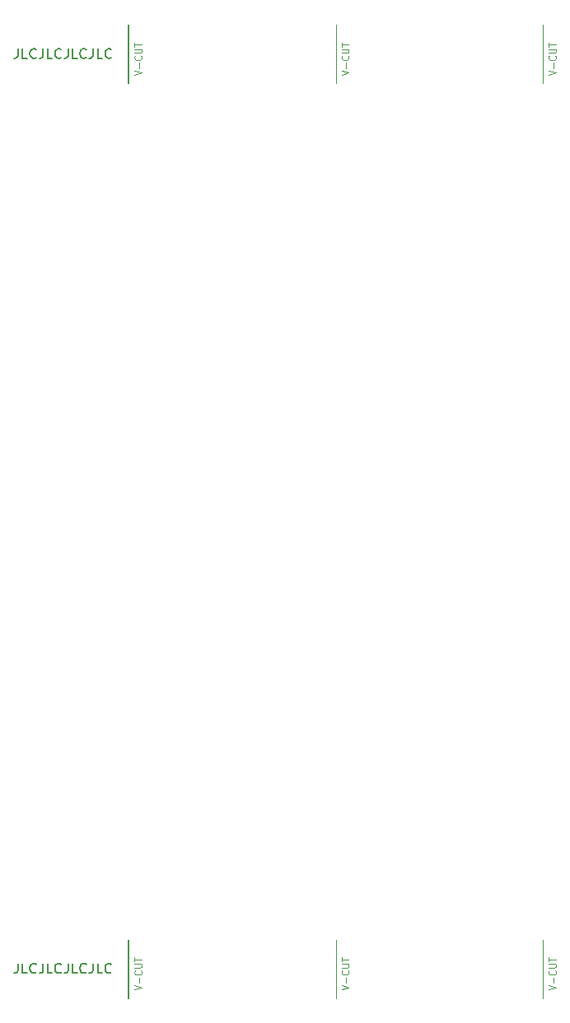
<source format=gto>
%MOMM*%
%FSLAX46Y46*%
%IPPOS*%
%ADD10C,0.15*%
%ADD11C,0.125*%
%ADD12C,0.15*%
%ADD13C,0.125*%
%TF.GenerationSoftware,halfmarble,hm-panelizer,1.0.0 (beta)*%
%TF.SameCoordinates,Original*%
%TF.FileFunction,Legend,Top*%
%TF.FilePolarity,Positive*%
%LPD*%
%TA.AperFunction,Profile*%
D10*
X8411000Y3547600D02*
X8411000Y2833300D01*
X8363300Y2690500D01*
X8268100Y2595200D01*
X8125200Y2547600D01*
X8030000Y2547600D01*
X9363300Y2547600D02*
X8887100Y2547600D01*
X8887100Y3547600D01*
X10268100Y2642900D02*
X10220500Y2595200D01*
X10077600Y2547600D01*
X9982400Y2547600D01*
X9839500Y2595200D01*
X9744300Y2690500D01*
X9696700Y2785700D01*
X9649000Y2976200D01*
X9649000Y3119000D01*
X9696700Y3309500D01*
X9744300Y3404800D01*
X9839500Y3500000D01*
X9982400Y3547600D01*
X10077600Y3547600D01*
X10220500Y3500000D01*
X10268100Y3452400D01*
X10982400Y3547600D02*
X10982400Y2833300D01*
X10934800Y2690500D01*
X10839500Y2595200D01*
X10696700Y2547600D01*
X10601400Y2547600D01*
X11934800Y2547600D02*
X11458600Y2547600D01*
X11458600Y3547600D01*
X12839500Y2642900D02*
X12791900Y2595200D01*
X12649000Y2547600D01*
X12553800Y2547600D01*
X12411000Y2595200D01*
X12315700Y2690500D01*
X12268100Y2785700D01*
X12220500Y2976200D01*
X12220500Y3119000D01*
X12268100Y3309500D01*
X12315700Y3404800D01*
X12411000Y3500000D01*
X12553800Y3547600D01*
X12649000Y3547600D01*
X12791900Y3500000D01*
X12839500Y3452400D01*
X13553800Y3547600D02*
X13553800Y2833300D01*
X13506200Y2690500D01*
X13411000Y2595200D01*
X13268100Y2547600D01*
X13172900Y2547600D01*
X14506200Y2547600D02*
X14030000Y2547600D01*
X14030000Y3547600D01*
X15411000Y2642900D02*
X15363300Y2595200D01*
X15220500Y2547600D01*
X15125200Y2547600D01*
X14982400Y2595200D01*
X14887100Y2690500D01*
X14839500Y2785700D01*
X14791900Y2976200D01*
X14791900Y3119000D01*
X14839500Y3309500D01*
X14887100Y3404800D01*
X14982400Y3500000D01*
X15125200Y3547600D01*
X15220500Y3547600D01*
X15363300Y3500000D01*
X15411000Y3452400D01*
X16125200Y3547600D02*
X16125200Y2833300D01*
X16077600Y2690500D01*
X15982400Y2595200D01*
X15839500Y2547600D01*
X15744300Y2547600D01*
X17077600Y2547600D02*
X16601400Y2547600D01*
X16601400Y3547600D01*
X17982400Y2642900D02*
X17934800Y2595200D01*
X17791900Y2547600D01*
X17696700Y2547600D01*
X17553800Y2595200D01*
X17458600Y2690500D01*
X17411000Y2785700D01*
X17363300Y2976200D01*
X17363300Y3119000D01*
X17411000Y3309500D01*
X17458600Y3404800D01*
X17553800Y3500000D01*
X17696700Y3547600D01*
X17791900Y3547600D01*
X17934800Y3500000D01*
X17982400Y3452400D01*
D10*
X19788000Y6000000D02*
X19788000Y0D01*
D11*
X20377300Y850000D02*
X21127300Y1083300D01*
X20377300Y1316700D01*
X20841600Y1550000D02*
X20841600Y2083300D01*
X21055900Y2816700D02*
X21091600Y2783300D01*
X21127300Y2683300D01*
X21127300Y2616700D01*
X21091600Y2516700D01*
X21020100Y2450000D01*
X20948700Y2416700D01*
X20805900Y2383300D01*
X20698700Y2383300D01*
X20555900Y2416700D01*
X20484400Y2450000D01*
X20413000Y2516700D01*
X20377300Y2616700D01*
X20377300Y2683300D01*
X20413000Y2783300D01*
X20448700Y2816700D01*
X20377300Y3116700D02*
X20984400Y3116700D01*
X21055900Y3150000D01*
X21091600Y3183300D01*
X21127300Y3250000D01*
X21127300Y3383300D01*
X21091600Y3450000D01*
X21055900Y3483300D01*
X20984400Y3516700D01*
X20377300Y3516700D01*
X20377300Y3750000D02*
X20377300Y4150000D01*
X21127300Y3950000D02*
X20377300Y3950000D01*
X41076000Y6000000D02*
X41076000Y0D01*
D11*
X41665300Y850000D02*
X42415300Y1083300D01*
X41665300Y1316700D01*
X42129600Y1550000D02*
X42129600Y2083300D01*
X42343900Y2816700D02*
X42379600Y2783300D01*
X42415300Y2683300D01*
X42415300Y2616700D01*
X42379600Y2516700D01*
X42308100Y2450000D01*
X42236700Y2416700D01*
X42093900Y2383300D01*
X41986700Y2383300D01*
X41843900Y2416700D01*
X41772400Y2450000D01*
X41701000Y2516700D01*
X41665300Y2616700D01*
X41665300Y2683300D01*
X41701000Y2783300D01*
X41736700Y2816700D01*
X41665300Y3116700D02*
X42272400Y3116700D01*
X42343900Y3150000D01*
X42379600Y3183300D01*
X42415300Y3250000D01*
X42415300Y3383300D01*
X42379600Y3450000D01*
X42343900Y3483300D01*
X42272400Y3516700D01*
X41665300Y3516700D01*
X41665300Y3750000D02*
X41665300Y4150000D01*
X42415300Y3950000D02*
X41665300Y3950000D01*
X62364000Y6000000D02*
X62364000Y0D01*
D11*
X62953300Y850000D02*
X63703300Y1083300D01*
X62953300Y1316700D01*
X63417600Y1550000D02*
X63417600Y2083300D01*
X63631900Y2816700D02*
X63667600Y2783300D01*
X63703300Y2683300D01*
X63703300Y2616700D01*
X63667600Y2516700D01*
X63596100Y2450000D01*
X63524700Y2416700D01*
X63381900Y2383300D01*
X63274700Y2383300D01*
X63131900Y2416700D01*
X63060400Y2450000D01*
X62989000Y2516700D01*
X62953300Y2616700D01*
X62953300Y2683300D01*
X62989000Y2783300D01*
X63024700Y2816700D01*
X62953300Y3116700D02*
X63560400Y3116700D01*
X63631900Y3150000D01*
X63667600Y3183300D01*
X63703300Y3250000D01*
X63703300Y3383300D01*
X63667600Y3450000D01*
X63631900Y3483300D01*
X63560400Y3516700D01*
X62953300Y3516700D01*
X62953300Y3750000D02*
X62953300Y4150000D01*
X63703300Y3950000D02*
X62953300Y3950000D01*
%TF.GenerationSoftware,halfmarble,hm-panelizer,1.0.0 (beta)*%
%TF.SameCoordinates,Original*%
%TF.FileFunction,Legend,Top*%
%TF.FilePolarity,Positive*%
%LPD*%
%TA.AperFunction,Profile*%
D12*
X8411000Y97647600D02*
X8411000Y96933300D01*
X8363300Y96790500D01*
X8268100Y96695200D01*
X8125200Y96647600D01*
X8030000Y96647600D01*
X9363300Y96647600D02*
X8887100Y96647600D01*
X8887100Y97647600D01*
X10268100Y96742900D02*
X10220500Y96695200D01*
X10077600Y96647600D01*
X9982400Y96647600D01*
X9839500Y96695200D01*
X9744300Y96790500D01*
X9696700Y96885700D01*
X9649000Y97076200D01*
X9649000Y97219000D01*
X9696700Y97409500D01*
X9744300Y97504800D01*
X9839500Y97600000D01*
X9982400Y97647600D01*
X10077600Y97647600D01*
X10220500Y97600000D01*
X10268100Y97552400D01*
X10982400Y97647600D02*
X10982400Y96933300D01*
X10934800Y96790500D01*
X10839500Y96695200D01*
X10696700Y96647600D01*
X10601400Y96647600D01*
X11934800Y96647600D02*
X11458600Y96647600D01*
X11458600Y97647600D01*
X12839500Y96742900D02*
X12791900Y96695200D01*
X12649000Y96647600D01*
X12553800Y96647600D01*
X12411000Y96695200D01*
X12315700Y96790500D01*
X12268100Y96885700D01*
X12220500Y97076200D01*
X12220500Y97219000D01*
X12268100Y97409500D01*
X12315700Y97504800D01*
X12411000Y97600000D01*
X12553800Y97647600D01*
X12649000Y97647600D01*
X12791900Y97600000D01*
X12839500Y97552400D01*
X13553800Y97647600D02*
X13553800Y96933300D01*
X13506200Y96790500D01*
X13411000Y96695200D01*
X13268100Y96647600D01*
X13172900Y96647600D01*
X14506200Y96647600D02*
X14030000Y96647600D01*
X14030000Y97647600D01*
X15411000Y96742900D02*
X15363300Y96695200D01*
X15220500Y96647600D01*
X15125200Y96647600D01*
X14982400Y96695200D01*
X14887100Y96790500D01*
X14839500Y96885700D01*
X14791900Y97076200D01*
X14791900Y97219000D01*
X14839500Y97409500D01*
X14887100Y97504800D01*
X14982400Y97600000D01*
X15125200Y97647600D01*
X15220500Y97647600D01*
X15363300Y97600000D01*
X15411000Y97552400D01*
X16125200Y97647600D02*
X16125200Y96933300D01*
X16077600Y96790500D01*
X15982400Y96695200D01*
X15839500Y96647600D01*
X15744300Y96647600D01*
X17077600Y96647600D02*
X16601400Y96647600D01*
X16601400Y97647600D01*
X17982400Y96742900D02*
X17934800Y96695200D01*
X17791900Y96647600D01*
X17696700Y96647600D01*
X17553800Y96695200D01*
X17458600Y96790500D01*
X17411000Y96885700D01*
X17363300Y97076200D01*
X17363300Y97219000D01*
X17411000Y97409500D01*
X17458600Y97504800D01*
X17553800Y97600000D01*
X17696700Y97647600D01*
X17791900Y97647600D01*
X17934800Y97600000D01*
X17982400Y97552400D01*
D12*
X19788000Y100100000D02*
X19788000Y94100000D01*
D13*
X20377300Y94950000D02*
X21127300Y95183300D01*
X20377300Y95416700D01*
X20841600Y95650000D02*
X20841600Y96183300D01*
X21055900Y96916700D02*
X21091600Y96883300D01*
X21127300Y96783300D01*
X21127300Y96716700D01*
X21091600Y96616700D01*
X21020100Y96550000D01*
X20948700Y96516700D01*
X20805900Y96483300D01*
X20698700Y96483300D01*
X20555900Y96516700D01*
X20484400Y96550000D01*
X20413000Y96616700D01*
X20377300Y96716700D01*
X20377300Y96783300D01*
X20413000Y96883300D01*
X20448700Y96916700D01*
X20377300Y97216700D02*
X20984400Y97216700D01*
X21055900Y97250000D01*
X21091600Y97283300D01*
X21127300Y97350000D01*
X21127300Y97483300D01*
X21091600Y97550000D01*
X21055900Y97583300D01*
X20984400Y97616700D01*
X20377300Y97616700D01*
X20377300Y97850000D02*
X20377300Y98250000D01*
X21127300Y98050000D02*
X20377300Y98050000D01*
X41076000Y100100000D02*
X41076000Y94100000D01*
D13*
X41665300Y94950000D02*
X42415300Y95183300D01*
X41665300Y95416700D01*
X42129600Y95650000D02*
X42129600Y96183300D01*
X42343900Y96916700D02*
X42379600Y96883300D01*
X42415300Y96783300D01*
X42415300Y96716700D01*
X42379600Y96616700D01*
X42308100Y96550000D01*
X42236700Y96516700D01*
X42093900Y96483300D01*
X41986700Y96483300D01*
X41843900Y96516700D01*
X41772400Y96550000D01*
X41701000Y96616700D01*
X41665300Y96716700D01*
X41665300Y96783300D01*
X41701000Y96883300D01*
X41736700Y96916700D01*
X41665300Y97216700D02*
X42272400Y97216700D01*
X42343900Y97250000D01*
X42379600Y97283300D01*
X42415300Y97350000D01*
X42415300Y97483300D01*
X42379600Y97550000D01*
X42343900Y97583300D01*
X42272400Y97616700D01*
X41665300Y97616700D01*
X41665300Y97850000D02*
X41665300Y98250000D01*
X42415300Y98050000D02*
X41665300Y98050000D01*
X62364000Y100100000D02*
X62364000Y94100000D01*
D13*
X62953300Y94950000D02*
X63703300Y95183300D01*
X62953300Y95416700D01*
X63417600Y95650000D02*
X63417600Y96183300D01*
X63631900Y96916700D02*
X63667600Y96883300D01*
X63703300Y96783300D01*
X63703300Y96716700D01*
X63667600Y96616700D01*
X63596100Y96550000D01*
X63524700Y96516700D01*
X63381900Y96483300D01*
X63274700Y96483300D01*
X63131900Y96516700D01*
X63060400Y96550000D01*
X62989000Y96616700D01*
X62953300Y96716700D01*
X62953300Y96783300D01*
X62989000Y96883300D01*
X63024700Y96916700D01*
X62953300Y97216700D02*
X63560400Y97216700D01*
X63631900Y97250000D01*
X63667600Y97283300D01*
X63703300Y97350000D01*
X63703300Y97483300D01*
X63667600Y97550000D01*
X63631900Y97583300D01*
X63560400Y97616700D01*
X62953300Y97616700D01*
X62953300Y97850000D02*
X62953300Y98250000D01*
X63703300Y98050000D02*
X62953300Y98050000D01*
M02*

</source>
